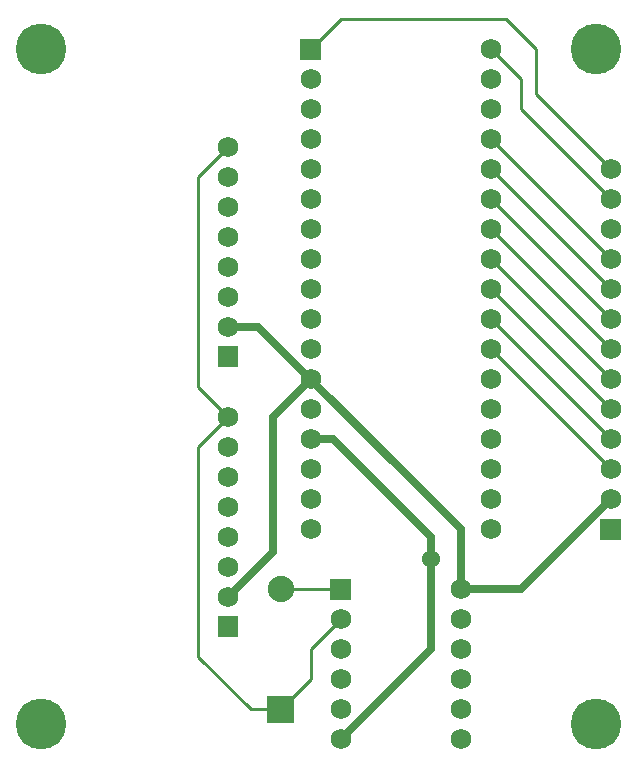
<source format=gbr>
G04 start of page 2 for group 0 idx 0 *
G04 Title: Wireless Club Reflow Oven, top *
G04 Creator: pcb 20110918 *
G04 CreationDate: Tue 09 Aug 2016 05:22:02 PM GMT UTC *
G04 For: kevin *
G04 Format: Gerber/RS-274X *
G04 PCB-Dimensions: 225000 265000 *
G04 PCB-Coordinate-Origin: lower left *
%MOIN*%
%FSLAX25Y25*%
%LNTOP*%
%ADD21C,0.0394*%
%ADD20C,0.0410*%
%ADD19C,0.1250*%
%ADD18C,0.0350*%
%ADD17C,0.1690*%
%ADD16C,0.0600*%
%ADD15C,0.0884*%
%ADD14C,0.0001*%
%ADD13C,0.0690*%
%ADD12C,0.0100*%
%ADD11C,0.0250*%
G54D11*X180000Y65000D02*X210000Y95000D01*
G54D12*X72500Y132500D02*X82500Y122500D01*
X72500Y112500D02*X82500Y122500D01*
G54D11*X97500D02*Y77500D01*
G54D12*X170000Y145000D02*X210000Y105000D01*
Y115000D02*X170000Y155000D01*
Y165000D02*X210000Y125000D01*
Y135000D02*X170000Y175000D01*
Y185000D02*X210000Y145000D01*
Y155000D02*X170000Y195000D01*
X82500Y212500D02*X72500Y202500D01*
Y132500D01*
G54D11*X82500Y152500D02*X92500D01*
X160000Y85000D02*X92500Y152500D01*
X110000Y135000D02*X97500Y122500D01*
G54D12*X120000Y65000D02*X100000D01*
X120000Y55000D02*X110000Y45000D01*
G54D11*Y115000D02*X117500D01*
G54D12*X72500Y42500D02*Y112500D01*
G54D11*X97500Y77500D02*X82500Y62500D01*
X180000Y65000D02*X160000D01*
X150000Y45000D02*X120000Y15000D01*
G54D12*X110000Y45000D02*Y35000D01*
X100000Y25000D01*
G54D11*X117500Y115000D02*X150000Y82500D01*
Y45000D02*Y82500D01*
X160000Y85000D02*Y65000D01*
G54D12*X100000Y25000D02*X90000D01*
X72500Y42500D01*
X170000Y205000D02*X210000Y165000D01*
Y175000D02*X170000Y215000D01*
X210000Y195000D02*X180000Y225000D01*
X210000Y205000D02*X185000Y230000D01*
X180000Y225000D02*Y235000D01*
X170000Y245000D02*X180000Y235000D01*
X185000Y245000D02*X175000Y255000D01*
X120000D02*X110000Y245000D01*
X185000Y230000D02*Y245000D01*
X175000Y255000D02*X120000D01*
G54D13*X82500Y212500D03*
Y202500D03*
G54D14*G36*
X106550Y248450D02*Y241550D01*
X113450D01*
Y248450D01*
X106550D01*
G37*
G54D13*X110000Y235000D03*
Y225000D03*
X210000Y205000D03*
Y195000D03*
Y185000D03*
X82500Y192500D03*
Y182500D03*
Y162500D03*
Y172500D03*
Y152500D03*
G54D14*G36*
X79050Y145950D02*Y139050D01*
X85950D01*
Y145950D01*
X79050D01*
G37*
G54D13*X82500Y122500D03*
Y112500D03*
Y102500D03*
Y92500D03*
X110000Y215000D03*
Y205000D03*
Y195000D03*
Y185000D03*
Y175000D03*
Y165000D03*
Y155000D03*
Y145000D03*
Y135000D03*
Y125000D03*
Y115000D03*
Y105000D03*
Y95000D03*
X170000D03*
Y105000D03*
Y115000D03*
Y125000D03*
Y135000D03*
Y145000D03*
Y155000D03*
Y165000D03*
Y175000D03*
Y185000D03*
Y195000D03*
Y205000D03*
Y215000D03*
Y225000D03*
Y235000D03*
Y245000D03*
X210000Y175000D03*
Y165000D03*
Y155000D03*
Y145000D03*
Y135000D03*
Y125000D03*
Y115000D03*
Y105000D03*
Y95000D03*
G54D14*G36*
X206550Y88450D02*Y81550D01*
X213450D01*
Y88450D01*
X206550D01*
G37*
G36*
X116550Y68450D02*Y61550D01*
X123450D01*
Y68450D01*
X116550D01*
G37*
G54D15*X100000Y65000D03*
G54D13*X120000Y55000D03*
Y45000D03*
Y35000D03*
Y25000D03*
Y15000D03*
G54D14*G36*
X95578Y29421D02*Y20578D01*
X104421D01*
Y29421D01*
X95578D01*
G37*
G54D13*X160000Y15000D03*
Y25000D03*
Y35000D03*
Y45000D03*
Y55000D03*
Y65000D03*
X170000Y85000D03*
X82500Y72500D03*
Y82500D03*
Y62500D03*
G54D14*G36*
X79050Y55950D02*Y49050D01*
X85950D01*
Y55950D01*
X79050D01*
G37*
G54D13*X110000Y85000D03*
G54D16*X150000Y75000D03*
G54D17*X20000Y245000D03*
X205000D03*
Y20000D03*
X20000D03*
G54D18*G54D19*G54D20*G54D21*G54D20*G54D21*G54D20*M02*

</source>
